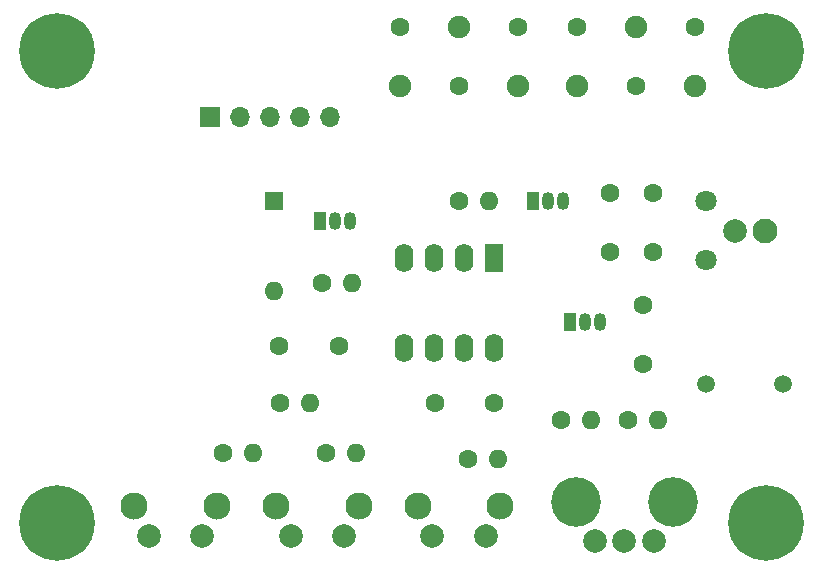
<source format=gts>
%TF.GenerationSoftware,KiCad,Pcbnew,7.0.10-7.0.10~ubuntu22.04.1*%
%TF.CreationDate,2024-01-03T17:37:56-08:00*%
%TF.ProjectId,EtherKeyerMini,45746865-724b-4657-9965-724d696e692e,A*%
%TF.SameCoordinates,Original*%
%TF.FileFunction,Soldermask,Top*%
%TF.FilePolarity,Negative*%
%FSLAX46Y46*%
G04 Gerber Fmt 4.6, Leading zero omitted, Abs format (unit mm)*
G04 Created by KiCad (PCBNEW 7.0.10-7.0.10~ubuntu22.04.1) date 2024-01-03 17:37:56*
%MOMM*%
%LPD*%
G01*
G04 APERTURE LIST*
%ADD10R,1.600000X2.400000*%
%ADD11O,1.600000X2.400000*%
%ADD12C,2.300000*%
%ADD13C,2.000000*%
%ADD14C,1.500000*%
%ADD15C,4.200000*%
%ADD16C,1.600000*%
%ADD17O,1.600000X1.600000*%
%ADD18C,1.800000*%
%ADD19C,2.100000*%
%ADD20R,1.050000X1.500000*%
%ADD21O,1.050000X1.500000*%
%ADD22O,1.700000X1.700000*%
%ADD23R,1.700000X1.700000*%
%ADD24C,1.900000*%
%ADD25C,0.800000*%
%ADD26C,6.400000*%
%ADD27R,1.600000X1.600000*%
G04 APERTURE END LIST*
D10*
%TO.C,U1*%
X142000000Y-72500000D03*
D11*
X139460000Y-72500000D03*
X136920000Y-72500000D03*
X134380000Y-72500000D03*
X134380000Y-80120000D03*
X136920000Y-80120000D03*
X139460000Y-80120000D03*
X142000000Y-80120000D03*
%TD*%
D12*
%TO.C,S3*%
X135500000Y-93550000D03*
X142500000Y-93550000D03*
D13*
X136750000Y-96100000D03*
X141250000Y-96100000D03*
%TD*%
D12*
%TO.C,S2*%
X123500000Y-93550000D03*
X130500000Y-93550000D03*
D13*
X124750000Y-96100000D03*
X129250000Y-96100000D03*
%TD*%
%TO.C,S1*%
X117250000Y-96100000D03*
X112750000Y-96100000D03*
D12*
X118500000Y-93550000D03*
X111500000Y-93550000D03*
%TD*%
D14*
%TO.C,SP1*%
X159950000Y-83200000D03*
X166450000Y-83200000D03*
%TD*%
D15*
%TO.C,R10*%
X148900000Y-93200000D03*
X157100000Y-93200000D03*
D13*
X155500000Y-96500000D03*
X153000000Y-96500000D03*
X150500000Y-96500000D03*
%TD*%
D16*
%TO.C,R9*%
X147600000Y-86200000D03*
D17*
X150140000Y-86200000D03*
%TD*%
D16*
%TO.C,R8*%
X123855000Y-84800000D03*
D17*
X126395000Y-84800000D03*
%TD*%
D16*
%TO.C,R7*%
X153300000Y-86200000D03*
D17*
X155840000Y-86200000D03*
%TD*%
D16*
%TO.C,R6*%
X139000000Y-67700000D03*
D17*
X141540000Y-67700000D03*
%TD*%
D16*
%TO.C,R5*%
X139800000Y-89500000D03*
D17*
X142340000Y-89500000D03*
%TD*%
D16*
%TO.C,R4*%
X127760000Y-89000000D03*
D17*
X130300000Y-89000000D03*
%TD*%
D16*
%TO.C,R3*%
X119060000Y-89000000D03*
D17*
X121600000Y-89000000D03*
%TD*%
D13*
%TO.C,R2*%
X162400000Y-70200000D03*
D18*
X159900000Y-72700000D03*
D19*
X164900000Y-70200000D03*
D18*
X159900000Y-67700000D03*
%TD*%
D16*
%TO.C,R1*%
X127360000Y-74600000D03*
D17*
X129900000Y-74600000D03*
%TD*%
D20*
%TO.C,Q3*%
X148400000Y-77900000D03*
D21*
X149670000Y-77900000D03*
X150940000Y-77900000D03*
%TD*%
D20*
%TO.C,Q2*%
X145260000Y-67700000D03*
D21*
X146530000Y-67700000D03*
X147800000Y-67700000D03*
%TD*%
D20*
%TO.C,Q1*%
X127260000Y-69400000D03*
D21*
X128530000Y-69400000D03*
X129800000Y-69400000D03*
%TD*%
D22*
%TO.C,J3*%
X128085000Y-60575000D03*
X125545000Y-60575000D03*
X123005000Y-60575000D03*
X120465000Y-60575000D03*
D23*
X117925000Y-60575000D03*
%TD*%
D16*
%TO.C,J2*%
X159000000Y-53000000D03*
X153990000Y-58000000D03*
X149000000Y-53000000D03*
D24*
X159000000Y-58000000D03*
X154000000Y-53000000D03*
X149000000Y-58000000D03*
%TD*%
D16*
%TO.C,J1*%
X144000000Y-53000000D03*
X138990000Y-58000000D03*
X134000000Y-53000000D03*
D24*
X144000000Y-58000000D03*
X139000000Y-53000000D03*
X134000000Y-58000000D03*
%TD*%
D25*
%TO.C,H4*%
X107400000Y-95000000D03*
X103302944Y-96697056D03*
X106697056Y-96697056D03*
X105000000Y-97400000D03*
D26*
X105000000Y-95000000D03*
D25*
X102600000Y-95000000D03*
X106697056Y-93302944D03*
X103302944Y-93302944D03*
X105000000Y-92600000D03*
%TD*%
%TO.C,H3*%
X105000000Y-52600000D03*
X103302944Y-53302944D03*
X106697056Y-53302944D03*
X102600000Y-55000000D03*
D26*
X105000000Y-55000000D03*
D25*
X105000000Y-57400000D03*
X106697056Y-56697056D03*
X103302944Y-56697056D03*
X107400000Y-55000000D03*
%TD*%
%TO.C,H2*%
X167400000Y-95000000D03*
X163302944Y-96697056D03*
X166697056Y-96697056D03*
X165000000Y-97400000D03*
D26*
X165000000Y-95000000D03*
D25*
X162600000Y-95000000D03*
X166697056Y-93302944D03*
X163302944Y-93302944D03*
X165000000Y-92600000D03*
%TD*%
%TO.C,H1*%
X167400000Y-55000000D03*
X163302944Y-56697056D03*
X166697056Y-56697056D03*
X165000000Y-57400000D03*
D26*
X165000000Y-55000000D03*
D25*
X162600000Y-55000000D03*
X166697056Y-53302944D03*
X163302944Y-53302944D03*
X165000000Y-52600000D03*
%TD*%
D27*
%TO.C,D1*%
X123300000Y-67690000D03*
D17*
X123300000Y-75310000D03*
%TD*%
D16*
%TO.C,C5*%
X155400000Y-67000000D03*
X155400000Y-72000000D03*
%TD*%
%TO.C,C4*%
X151800000Y-67000000D03*
X151800000Y-72000000D03*
%TD*%
%TO.C,C3*%
X142000000Y-84800000D03*
X137000000Y-84800000D03*
%TD*%
%TO.C,C2*%
X128800000Y-80000000D03*
X123800000Y-80000000D03*
%TD*%
%TO.C,C1*%
X154600000Y-81500000D03*
X154600000Y-76500000D03*
%TD*%
M02*

</source>
